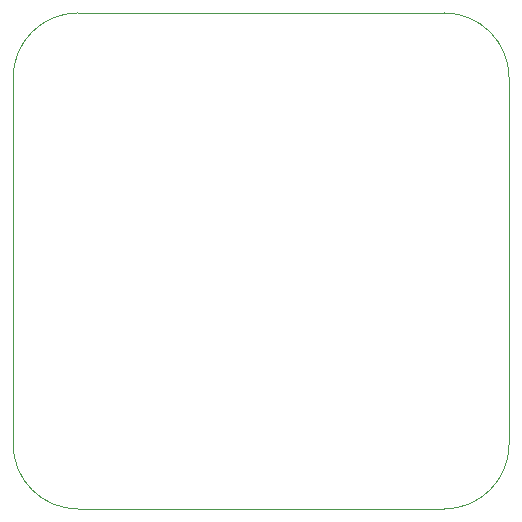
<source format=gbr>
%TF.GenerationSoftware,KiCad,Pcbnew,8.0.3*%
%TF.CreationDate,2024-11-11T17:41:13-05:00*%
%TF.ProjectId,Ethernet HAT,45746865-726e-4657-9420-4841542e6b69,rev?*%
%TF.SameCoordinates,Original*%
%TF.FileFunction,Profile,NP*%
%FSLAX46Y46*%
G04 Gerber Fmt 4.6, Leading zero omitted, Abs format (unit mm)*
G04 Created by KiCad (PCBNEW 8.0.3) date 2024-11-11 17:41:13*
%MOMM*%
%LPD*%
G01*
G04 APERTURE LIST*
%TA.AperFunction,Profile*%
%ADD10C,0.100000*%
%TD*%
G04 APERTURE END LIST*
D10*
X165500000Y-79000000D02*
G75*
G02*
X171000000Y-84500000I0J-5500000D01*
G01*
X134500000Y-120999999D02*
G75*
G02*
X129000001Y-115500000I0J5499999D01*
G01*
X129000000Y-115500000D02*
X129000000Y-84500000D01*
X171000000Y-115500000D02*
G75*
G02*
X165500000Y-121000000I-5500000J0D01*
G01*
X134500000Y-79000000D02*
X165500000Y-79000000D01*
X171000000Y-84500000D02*
X171000000Y-115500000D01*
X129000000Y-84500000D02*
G75*
G02*
X134500000Y-79000000I5500000J0D01*
G01*
X165500000Y-121000000D02*
X134500000Y-120999999D01*
M02*

</source>
